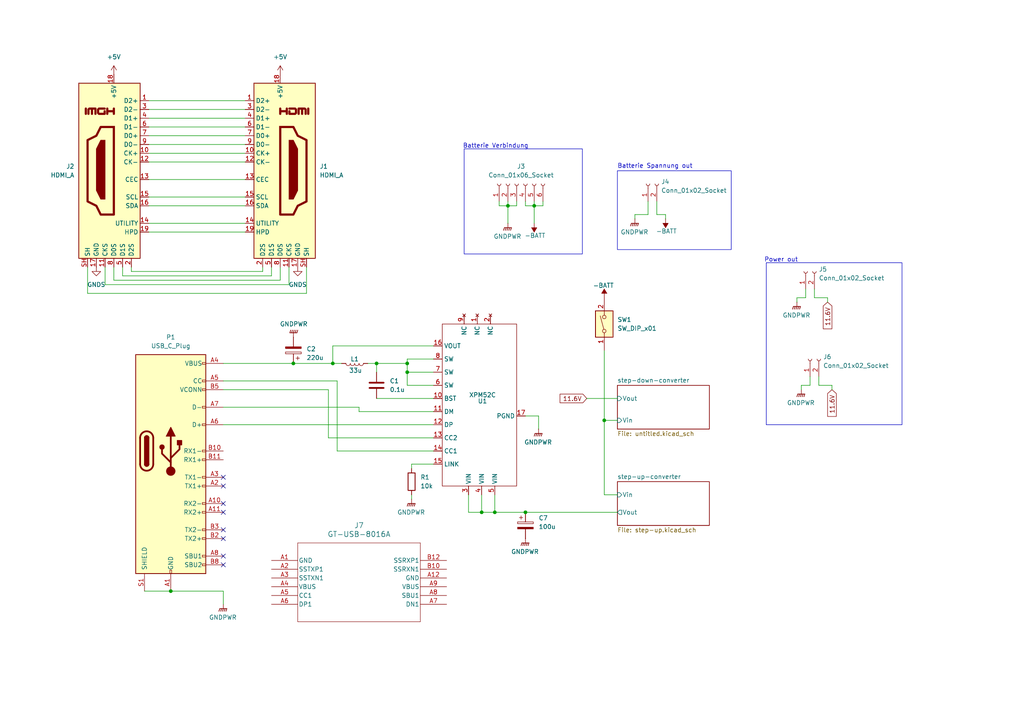
<source format=kicad_sch>
(kicad_sch (version 20231120) (generator "eeschema") (generator_version "8.0")
  (paper "A4")
  (lib_symbols
    (symbol "Connector:Conn_01x02_Socket" (pin_names (offset 1.016) hide)
      (property "Reference" "J" (at 0 2.54 0))
      (property "Value" "Conn_01x02_Socket" (at 0 -5.08 0))
      (symbol "Conn_01x02_Socket_1_1"
        (arc (start 0 -2.032) (mid -0.5058 -2.54) (end 0 -3.048) (stroke (width 0.1524)))
        (polyline (pts (xy -1.27 -2.54) (xy -0.508 -2.54)) (stroke (width 0.1524)))
        (polyline (pts (xy -1.27 0) (xy -0.508 0)) (stroke (width 0.1524)))
        (arc (start 0 0.508) (mid -0.5058 0) (end 0 -0.508) (stroke (width 0.1524)))
        (pin passive line (at -5.08 0 0) (length 3.81) (name "Pin_1") (number "1"))
        (pin passive line (at -5.08 -2.54 0) (length 3.81) (name "Pin_2") (number "2"))
      )
    )
    (symbol "Connector:Conn_01x06_Socket" (pin_names (offset 1.016) hide)
      (property "Reference" "J" (at 0 7.62 0))
      (property "Value" "Conn_01x06_Socket" (at 0 -10.16 0))
      (symbol "Conn_01x06_Socket_1_1"
        (arc (start 0 -7.112) (mid -0.5058 -7.62) (end 0 -8.128) (stroke (width 0.1524)))
        (arc (start 0 -4.572) (mid -0.5058 -5.08) (end 0 -5.588) (stroke (width 0.1524)))
        (arc (start 0 -2.032) (mid -0.5058 -2.54) (end 0 -3.048) (stroke (width 0.1524)))
        (polyline (pts (xy -1.27 -7.62) (xy -0.508 -7.62)) (stroke (width 0.1524)))
        (polyline (pts (xy -1.27 -5.08) (xy -0.508 -5.08)) (stroke (width 0.1524)))
        (polyline (pts (xy -1.27 -2.54) (xy -0.508 -2.54)) (stroke (width 0.1524)))
        (polyline (pts (xy -1.27 0) (xy -0.508 0)) (stroke (width 0.1524)))
        (polyline (pts (xy -1.27 2.54) (xy -0.508 2.54)) (stroke (width 0.1524)))
        (polyline (pts (xy -1.27 5.08) (xy -0.508 5.08)) (stroke (width 0.1524)))
        (arc (start 0 0.508) (mid -0.5058 0) (end 0 -0.508) (stroke (width 0.1524)))
        (arc (start 0 3.048) (mid -0.5058 2.54) (end 0 2.032) (stroke (width 0.1524)))
        (arc (start 0 5.588) (mid -0.5058 5.08) (end 0 4.572) (stroke (width 0.1524)))
        (pin passive line (at -5.08 5.08 0) (length 3.81) (name "Pin_1") (number "1"))
        (pin passive line (at -5.08 2.54 0) (length 3.81) (name "Pin_2") (number "2"))
        (pin passive line (at -5.08 0 0) (length 3.81) (name "Pin_3") (number "3"))
        (pin passive line (at -5.08 -2.54 0) (length 3.81) (name "Pin_4") (number "4"))
        (pin passive line (at -5.08 -5.08 0) (length 3.81) (name "Pin_5") (number "5"))
        (pin passive line (at -5.08 -7.62 0) (length 3.81) (name "Pin_6") (number "6"))
      )
    )
    (symbol "Connector:HDMI_A"
      (property "Reference" "J" (at -6.35 26.67 0))
      (property "Value" "HDMI_A" (at 10.16 26.67 0))
      (symbol "HDMI_A_0_0"
        (polyline (pts (xy 8.128 16.51) (xy 8.128 18.034)) (stroke (width 0.635)))
        (polyline (pts (xy 0 16.51) (xy 0 18.034) (xy 0 17.272) (xy 1.905 17.272) (xy 1.905 18.034) (xy 1.905 16.51)) (stroke (width 0.635)))
        (polyline (pts (xy 2.667 18.034) (xy 4.318 18.034) (xy 4.572 17.78) (xy 4.572 16.764) (xy 4.318 16.51) (xy 2.667 16.51) (xy 2.667 17.272)) (stroke (width 0.635)))
      )
      (symbol "HDMI_A_0_1"
        (rectangle (start -7.62 25.4) (end 10.16 -25.4) (stroke (width 0.254)) (fill (type background)))
        (polyline (pts (xy 2.54 8.89) (xy 3.81 8.89) (xy 5.08 6.35) (xy 5.08 -5.715) (xy 3.81 -8.255) (xy 2.54 -8.255) (xy 2.54 8.89)) (fill (type outline)))
        (polyline (pts (xy 5.334 16.51) (xy 5.334 18.034) (xy 6.35 18.034) (xy 6.35 16.51) (xy 6.35 18.034) (xy 7.112 18.034) (xy 7.366 17.78) (xy 7.366 16.51)) (stroke (width 0.635)))
        (polyline (pts (xy 0 12.7) (xy 0 -12.7) (xy 3.81 -12.7) (xy 5.08 -10.16) (xy 7.62 -8.89) (xy 7.62 8.89) (xy 5.08 10.16) (xy 3.81 12.7) (xy 0 12.7)) (stroke (width 0.635)))
      )
      (symbol "HDMI_A_1_1"
        (pin passive line (at -10.16 20.32 0) (length 2.54) (name "D2+") (number "1"))
        (pin passive line (at -10.16 5.08 0) (length 2.54) (name "CK+") (number "10"))
        (pin power_in line (at 2.54 -27.94 90) (length 2.54) (name "CKS") (number "11"))
        (pin passive line (at -10.16 2.54 0) (length 2.54) (name "CK-") (number "12"))
        (pin bidirectional line (at -10.16 -2.54 0) (length 2.54) (name "CEC") (number "13"))
        (pin passive line (at -10.16 -15.24 0) (length 2.54) (name "UTILITY") (number "14"))
        (pin passive line (at -10.16 -7.62 0) (length 2.54) (name "SCL") (number "15"))
        (pin bidirectional line (at -10.16 -10.16 0) (length 2.54) (name "SDA") (number "16"))
        (pin power_in line (at 5.08 -27.94 90) (length 2.54) (name "GND") (number "17"))
        (pin power_in line (at 0 27.94 270) (length 2.54) (name "+5V") (number "18"))
        (pin passive line (at -10.16 -17.78 0) (length 2.54) (name "HPD") (number "19"))
        (pin power_in line (at -5.08 -27.94 90) (length 2.54) (name "D2S") (number "2"))
        (pin passive line (at -10.16 17.78 0) (length 2.54) (name "D2-") (number "3"))
        (pin passive line (at -10.16 15.24 0) (length 2.54) (name "D1+") (number "4"))
        (pin power_in line (at -2.54 -27.94 90) (length 2.54) (name "D1S") (number "5"))
        (pin passive line (at -10.16 12.7 0) (length 2.54) (name "D1-") (number "6"))
        (pin passive line (at -10.16 10.16 0) (length 2.54) (name "D0+") (number "7"))
        (pin power_in line (at 0 -27.94 90) (length 2.54) (name "D0S") (number "8"))
        (pin passive line (at -10.16 7.62 0) (length 2.54) (name "D0-") (number "9"))
        (pin passive line (at 7.62 -27.94 90) (length 2.54) (name "SH") (number "SH"))
      )
    )
    (symbol "Connector:USB_C_Plug" (pin_names (offset 1.016))
      (property "Reference" "P" (at -10.16 29.21 0))
      (property "Value" "USB_C_Plug" (at 10.16 29.21 0))
      (symbol "USB_C_Plug_0_0"
        (rectangle (start -0.254 -35.56) (end 0.254 -34.544))
        (rectangle (start 10.16 -32.766) (end 9.144 -33.274))
        (rectangle (start 10.16 -30.226) (end 9.144 -30.734))
        (rectangle (start 10.16 -25.146) (end 9.144 -25.654))
        (rectangle (start 10.16 -22.606) (end 9.144 -23.114))
        (rectangle (start 10.16 -17.526) (end 9.144 -18.034))
        (rectangle (start 10.16 -14.986) (end 9.144 -15.494))
        (rectangle (start 10.16 -9.906) (end 9.144 -10.414))
        (rectangle (start 10.16 -7.366) (end 9.144 -7.874))
        (rectangle (start 10.16 -2.286) (end 9.144 -2.794))
        (rectangle (start 10.16 0.254) (end 9.144 -0.254))
        (rectangle (start 10.16 7.874) (end 9.144 7.366))
        (rectangle (start 10.16 12.954) (end 9.144 12.446))
        (rectangle (start 10.16 18.034) (end 9.144 17.526))
        (rectangle (start 10.16 20.574) (end 9.144 20.066))
        (rectangle (start 10.16 25.654) (end 9.144 25.146))
      )
      (symbol "USB_C_Plug_0_1"
        (rectangle (start -10.16 27.94) (end 10.16 -35.56) (stroke (width 0.254)) (fill (type background)))
        (arc (start -8.89 -3.81) (mid -6.985 -5.7067) (end -5.08 -3.81) (stroke (width 0.508)))
        (arc (start -7.62 -3.81) (mid -6.985 -4.4423) (end -6.35 -3.81) (stroke (width 0.254)))
        (arc (start -7.62 -3.81) (mid -6.985 -4.4423) (end -6.35 -3.81) (stroke (width 0.254)) (fill (type outline)))
        (rectangle (start -7.62 -3.81) (end -6.35 3.81) (stroke (width 0.254)) (fill (type outline)))
        (arc (start -6.35 3.81) (mid -6.985 4.4423) (end -7.62 3.81) (stroke (width 0.254)))
        (arc (start -6.35 3.81) (mid -6.985 4.4423) (end -7.62 3.81) (stroke (width 0.254)) (fill (type outline)))
        (arc (start -5.08 3.81) (mid -6.985 5.7067) (end -8.89 3.81) (stroke (width 0.508)))
        (polyline (pts (xy -8.89 -3.81) (xy -8.89 3.81)) (stroke (width 0.508)))
        (polyline (pts (xy -5.08 3.81) (xy -5.08 -3.81)) (stroke (width 0.508)))
      )
      (symbol "USB_C_Plug_1_1"
        (circle (center -2.54 1.143) (radius 0.635) (stroke (width 0.254)) (fill (type outline)))
        (circle (center 0 -5.842) (radius 1.27) (fill (type outline)))
        (polyline (pts (xy 0 -5.842) (xy 0 4.318)) (stroke (width 0.508)))
        (polyline (pts (xy 0 -3.302) (xy -2.54 -0.762) (xy -2.54 0.508)) (stroke (width 0.508)))
        (polyline (pts (xy 0 -2.032) (xy 2.54 0.508) (xy 2.54 1.778)) (stroke (width 0.508)))
        (polyline (pts (xy -1.27 4.318) (xy 0 6.858) (xy 1.27 4.318) (xy -1.27 4.318)) (stroke (width 0.254)) (fill (type outline)))
        (rectangle (start 1.905 1.778) (end 3.175 3.048) (stroke (width 0.254)) (fill (type outline)))
        (pin passive line (at 0 -40.64 90) (length 5.08) (name "GND") (number "A1"))
        (pin bidirectional line (at 15.24 -15.24 180) (length 5.08) (name "RX2-") (number "A10"))
        (pin bidirectional line (at 15.24 -17.78 180) (length 5.08) (name "RX2+") (number "A11"))
        (pin passive line (at 0 -40.64 90) (length 5.08) hide (name "GND") (number "A12"))
        (pin bidirectional line (at 15.24 -10.16 180) (length 5.08) (name "TX1+") (number "A2"))
        (pin bidirectional line (at 15.24 -7.62 180) (length 5.08) (name "TX1-") (number "A3"))
        (pin passive line (at 15.24 25.4 180) (length 5.08) (name "VBUS") (number "A4"))
        (pin bidirectional line (at 15.24 20.32 180) (length 5.08) (name "CC") (number "A5"))
        (pin bidirectional line (at 15.24 7.62 180) (length 5.08) (name "D+") (number "A6"))
        (pin bidirectional line (at 15.24 12.7 180) (length 5.08) (name "D-") (number "A7"))
        (pin bidirectional line (at 15.24 -30.48 180) (length 5.08) (name "SBU1") (number "A8"))
        (pin passive line (at 15.24 25.4 180) (length 5.08) hide (name "VBUS") (number "A9"))
        (pin passive line (at 0 -40.64 90) (length 5.08) hide (name "GND") (number "B1"))
        (pin bidirectional line (at 15.24 0 180) (length 5.08) (name "RX1-") (number "B10"))
        (pin bidirectional line (at 15.24 -2.54 180) (length 5.08) (name "RX1+") (number "B11"))
        (pin passive line (at 0 -40.64 90) (length 5.08) hide (name "GND") (number "B12"))
        (pin bidirectional line (at 15.24 -25.4 180) (length 5.08) (name "TX2+") (number "B2"))
        (pin bidirectional line (at 15.24 -22.86 180) (length 5.08) (name "TX2-") (number "B3"))
        (pin passive line (at 15.24 25.4 180) (length 5.08) hide (name "VBUS") (number "B4"))
        (pin bidirectional line (at 15.24 17.78 180) (length 5.08) (name "VCONN") (number "B5"))
        (pin bidirectional line (at 15.24 -33.02 180) (length 5.08) (name "SBU2") (number "B8"))
        (pin passive line (at 15.24 25.4 180) (length 5.08) hide (name "VBUS") (number "B9"))
        (pin passive line (at -7.62 -40.64 90) (length 5.08) (name "SHIELD") (number "S1"))
      )
    )
    (symbol "Device:C" (pin_numbers hide) (pin_names (offset 0.254))
      (property "Reference" "C" (at 0.635 2.54 0))
      (property "Value" "C" (at 0.635 -2.54 0))
      (symbol "C_0_1"
        (polyline (pts (xy -2.032 -0.762) (xy 2.032 -0.762)) (stroke (width 0.508)))
        (polyline (pts (xy -2.032 0.762) (xy 2.032 0.762)) (stroke (width 0.508)))
      )
      (symbol "C_1_1"
        (pin passive line (at 0 3.81 270) (length 2.794) (name "~") (number "1"))
        (pin passive line (at 0 -3.81 90) (length 2.794) (name "~") (number "2"))
      )
    )
    (symbol "Device:C_Polarized" (pin_numbers hide) (pin_names (offset 0.254))
      (property "Reference" "C" (at 0.635 2.54 0))
      (property "Value" "C_Polarized" (at 0.635 -2.54 0))
      (symbol "C_Polarized_0_1"
        (rectangle (start -2.286 0.508) (end 2.286 1.016))
        (polyline (pts (xy -1.778 2.286) (xy -0.762 2.286)))
        (polyline (pts (xy -1.27 2.794) (xy -1.27 1.778)))
        (rectangle (start 2.286 -0.508) (end -2.286 -1.016) (fill (type outline)))
      )
      (symbol "C_Polarized_1_1"
        (pin passive line (at 0 3.81 270) (length 2.794) (name "~") (number "1"))
        (pin passive line (at 0 -3.81 90) (length 2.794) (name "~") (number "2"))
      )
    )
    (symbol "Device:L" (pin_numbers hide) (pin_names (offset 1.016) hide)
      (property "Reference" "L" (at -1.27 0 90))
      (property "Value" "L" (at 1.905 0 90))
      (symbol "L_0_1"
        (arc (start 0 -2.54) (mid 0.6323 -1.905) (end 0 -1.27))
        (arc (start 0 -1.27) (mid 0.6323 -0.635) (end 0 0))
        (arc (start 0 0) (mid 0.6323 0.635) (end 0 1.27))
        (arc (start 0 1.27) (mid 0.6323 1.905) (end 0 2.54))
      )
      (symbol "L_1_1"
        (pin passive line (at 0 3.81 270) (length 1.27) (name "1") (number "1"))
        (pin passive line (at 0 -3.81 90) (length 1.27) (name "2") (number "2"))
      )
    )
    (symbol "Device:R" (pin_numbers hide) (pin_names (offset 0))
      (property "Reference" "R" (at 2.032 0 90))
      (property "Value" "R" (at 0 0 90))
      (symbol "R_0_1"
        (rectangle (start -1.016 -2.54) (end 1.016 2.54) (stroke (width 0.254)))
      )
      (symbol "R_1_1"
        (pin passive line (at 0 3.81 270) (length 1.27) (name "~") (number "1"))
        (pin passive line (at 0 -3.81 90) (length 1.27) (name "~") (number "2"))
      )
    )
    (symbol "GT-USB-8016A:GT-USB-8016A" (pin_names (offset 0.254))
      (property "Reference" "J" (at 25.4 10.16 0))
      (property "Value" "GT-USB-8016A" (at 25.4 7.62 0))
      (symbol "GT-USB-8016A_0_1"
        (polyline (pts (xy 7.62 -17.78) (xy 43.18 -17.78)) (stroke (width 0.127)))
        (polyline (pts (xy 7.62 5.08) (xy 7.62 -17.78)) (stroke (width 0.127)))
        (polyline (pts (xy 43.18 -17.78) (xy 43.18 5.08)) (stroke (width 0.127)))
        (polyline (pts (xy 43.18 5.08) (xy 7.62 5.08)) (stroke (width 0.127)))
        (pin power_out line (at 0 0 0) (length 7.62) (name "GND") (number "A1"))
        (pin power_out line (at 50.8 -5.08 180) (length 7.62) (name "GND") (number "A12"))
        (pin unspecified line (at 0 -2.54 0) (length 7.62) (name "SSTXP1") (number "A2"))
        (pin unspecified line (at 0 -5.08 0) (length 7.62) (name "SSTXN1") (number "A3"))
        (pin unspecified line (at 0 -7.62 0) (length 7.62) (name "VBUS") (number "A4"))
        (pin unspecified line (at 0 -10.16 0) (length 7.62) (name "CC1") (number "A5"))
        (pin unspecified line (at 0 -12.7 0) (length 7.62) (name "DP1") (number "A6"))
        (pin unspecified line (at 50.8 -12.7 180) (length 7.62) (name "DN1") (number "A7"))
        (pin unspecified line (at 50.8 -10.16 180) (length 7.62) (name "SBU1") (number "A8"))
        (pin unspecified line (at 50.8 -7.62 180) (length 7.62) (name "VBUS") (number "A9"))
        (pin unspecified line (at 50.8 -2.54 180) (length 7.62) (name "SSRXN1") (number "B10"))
        (pin unspecified line (at 50.8 0 180) (length 7.62) (name "SSRXP1") (number "B12"))
      )
    )
    (symbol "Switch:SW_DIP_x01" (pin_names (offset 0) hide)
      (property "Reference" "SW" (at 0 3.81 0))
      (property "Value" "SW_DIP_x01" (at 0 -3.81 0))
      (symbol "SW_DIP_x01_0_0"
        (circle (center -2.032 0) (radius 0.508))
        (polyline (pts (xy -1.524 0.127) (xy 2.3622 1.1684)))
        (circle (center 2.032 0) (radius 0.508))
      )
      (symbol "SW_DIP_x01_0_1"
        (rectangle (start -3.81 2.54) (end 3.81 -2.54) (stroke (width 0.254)) (fill (type background)))
      )
      (symbol "SW_DIP_x01_1_1"
        (pin passive line (at -7.62 0 0) (length 5.08) (name "~") (number "1"))
        (pin passive line (at 7.62 0 180) (length 5.08) (name "~") (number "2"))
      )
    )
    (symbol "XPM52C:XPM52C"
      (property "Reference" "U" (at 0 0 0))
      (property "Value" "XPM52C" (at -0.254 -2.54 0))
      (symbol "XPM52C_0_1"
        (rectangle (start -20.32 10.16) (end 26.67 -11.43))
      )
      (symbol "XPM52C_1_1"
        (pin no_connect line (at 29.21 0 180) (length 2.54) (name "NC") (number "1"))
        (pin bidirectional line (at 5.08 12.7 270) (length 2.54) (name "BST") (number "10"))
        (pin bidirectional line (at 1.27 12.7 270) (length 2.54) (name "DM") (number "11"))
        (pin bidirectional line (at -2.54 12.7 270) (length 2.54) (name "DP") (number "12"))
        (pin bidirectional line (at -6.35 12.7 270) (length 2.54) (name "CC2") (number "13"))
        (pin bidirectional line (at -10.16 12.7 270) (length 2.54) (name "CC1") (number "14"))
        (pin bidirectional line (at -13.97 12.7 270) (length 2.54) (name "LINK") (number "15"))
        (pin power_out line (at 20.32 12.7 270) (length 2.54) (name "VOUT") (number "16"))
        (pin power_in line (at 0 -13.97 90) (length 2.54) (name "PGND") (number "17"))
        (pin no_connect line (at 29.21 -3.81 180) (length 2.54) (name "NC") (number "2"))
        (pin power_in line (at -22.86 2.54 0) (length 2.54) (name "VIN") (number "3"))
        (pin power_in line (at -22.86 -1.27 0) (length 2.54) (name "VIN") (number "4"))
        (pin power_in line (at -22.86 -5.08 0) (length 2.54) (name "VIN") (number "5"))
        (pin bidirectional line (at 8.89 12.7 270) (length 2.54) (name "SW") (number "6"))
        (pin bidirectional line (at 12.7 12.7 270) (length 2.54) (name "SW") (number "7"))
        (pin bidirectional line (at 16.51 12.7 270) (length 2.54) (name "SW") (number "8"))
        (pin no_connect line (at 29.21 3.81 180) (length 2.54) (name "NC") (number "9"))
      )
    )
    (symbol "power:+5V" (power) (pin_numbers hide) (pin_names (offset 0) hide)
      (property "Value" "+5V" (at 0 3.556 0))
      (symbol "+5V_0_1"
        (polyline (pts (xy -0.762 1.27) (xy 0 2.54)))
        (polyline (pts (xy 0 0) (xy 0 2.54)))
        (polyline (pts (xy 0 2.54) (xy 0.762 1.27)))
      )
      (symbol "+5V_1_1"
        (pin power_in line (at 0 0 90) (length 0) (name "~") (number "1"))
      )
    )
    (symbol "power:-BATT" (power) (pin_numbers hide) (pin_names (offset 0) hide)
      (property "Value" "-BATT" (at 0 3.556 0))
      (symbol "-BATT_0_1"
        (polyline (pts (xy 0 0) (xy 0 2.54)))
        (polyline (pts (xy 0.762 1.27) (xy -0.762 1.27) (xy 0 2.54) (xy 0.762 1.27)) (fill (type outline)))
      )
      (symbol "-BATT_1_1"
        (pin power_in line (at 0 0 90) (length 0) (name "~") (number "1"))
      )
    )
    (symbol "power:GNDPWR" (power) (pin_numbers hide) (pin_names (offset 0) hide)
      (property "Value" "GNDPWR" (at 0 -3.302 0))
      (symbol "GNDPWR_0_1"
        (polyline (pts (xy 0 -1.27) (xy 0 0)))
        (polyline (pts (xy -1.016 -1.27) (xy -1.27 -2.032) (xy -1.27 -2.032)) (stroke (width 0.2032)))
        (polyline (pts (xy -0.508 -1.27) (xy -0.762 -2.032) (xy -0.762 -2.032)) (stroke (width 0.2032)))
        (polyline (pts (xy 0 -1.27) (xy -0.254 -2.032) (xy -0.254 -2.032)) (stroke (width 0.2032)))
        (polyline (pts (xy 0.508 -1.27) (xy 0.254 -2.032) (xy 0.254 -2.032)) (stroke (width 0.2032)))
        (polyline (pts (xy 1.016 -1.27) (xy -1.016 -1.27) (xy -1.016 -1.27)) (stroke (width 0.2032)))
        (polyline (pts (xy 1.016 -1.27) (xy 0.762 -2.032) (xy 0.762 -2.032) (xy 0.762 -2.032)) (stroke (width 0.2032)))
      )
      (symbol "GNDPWR_1_1"
        (pin power_in line (at 0 0 270) (length 0) (name "~") (number "1"))
      )
    )
    (symbol "power:GNDS" (power) (pin_numbers hide) (pin_names (offset 0) hide)
      (property "Value" "GNDS" (at 0 -3.81 0))
      (symbol "GNDS_0_1"
        (polyline (pts (xy 0 0) (xy 0 -1.27) (xy 1.27 -1.27) (xy 0 -2.54) (xy -1.27 -1.27) (xy 0 -1.27)))
      )
      (symbol "GNDS_1_1"
        (pin power_in line (at 0 0 270) (length 0) (name "~") (number "1"))
      )
    )
  )
  (junction (at 139.7 148.59))
  (junction (at 49.53 171.45))
  (junction (at 118.11 107.95))
  (junction (at 85.09 105.41))
  (junction (at 118.11 105.41))
  (junction (at 109.22 105.41))
  (junction (at 152.4 148.59))
  (junction (at 143.51 148.59))
  (junction (at 154.94 59.69))
  (junction (at 147.32 59.69))
  (junction (at 175.26 121.92))
  (junction (at 96.52 105.41))
  (no_connect (at 64.77 161.29))
  (no_connect (at 64.77 140.97))
  (no_connect (at 64.77 163.83))
  (no_connect (at 64.77 148.59))
  (no_connect (at 64.77 153.67))
  (no_connect (at 64.77 138.43))
  (no_connect (at 64.77 156.21))
  (no_connect (at 64.77 146.05))
  (wire (pts (xy 30.48 77.47) (xy 30.48 82.55)))
  (wire (pts (xy 43.18 52.07) (xy 71.12 52.07)))
  (wire (pts (xy 95.25 113.03) (xy 95.25 127)))
  (wire (pts (xy 64.77 110.49) (xy 97.79 110.49)))
  (wire (pts (xy 231.14 86.36) (xy 233.68 86.36)))
  (wire (pts (xy 147.32 58.42) (xy 147.32 59.69)))
  (wire (pts (xy 106.68 105.41) (xy 109.22 105.41)))
  (wire (pts (xy 95.25 127) (xy 125.73 127)))
  (wire (pts (xy 143.51 148.59) (xy 143.51 143.51)))
  (wire (pts (xy 187.96 62.23) (xy 187.96 58.42)))
  (wire (pts (xy 33.02 81.28) (xy 81.28 81.28)))
  (wire (pts (xy 152.4 59.69) (xy 154.94 59.69)))
  (wire (pts (xy 35.56 80.01) (xy 78.74 80.01)))
  (wire (pts (xy 96.52 100.33) (xy 96.52 105.41)))
  (wire (pts (xy 43.18 64.77) (xy 71.12 64.77)))
  (wire (pts (xy 97.79 110.49) (xy 97.79 130.81)))
  (wire (pts (xy 179.07 143.51) (xy 175.26 143.51)))
  (wire (pts (xy 64.77 175.26) (xy 64.77 171.45)))
  (wire (pts (xy 109.22 105.41) (xy 118.11 105.41)))
  (wire (pts (xy 240.03 87.63) (xy 240.03 86.36)))
  (wire (pts (xy 119.38 134.62) (xy 125.73 134.62)))
  (wire (pts (xy 30.48 82.55) (xy 83.82 82.55)))
  (wire (pts (xy 25.4 77.47) (xy 25.4 85.09)))
  (wire (pts (xy 43.18 41.91) (xy 71.12 41.91)))
  (wire (pts (xy 85.09 105.41) (xy 96.52 105.41)))
  (wire (pts (xy 104.14 119.38) (xy 125.73 119.38)))
  (wire (pts (xy 118.11 104.14) (xy 125.73 104.14)))
  (wire (pts (xy 175.26 101.6) (xy 175.26 121.92)))
  (wire (pts (xy 43.18 67.31) (xy 71.12 67.31)))
  (wire (pts (xy 25.4 85.09) (xy 88.9 85.09)))
  (wire (pts (xy 119.38 143.51) (xy 119.38 144.78)))
  (wire (pts (xy 43.18 57.15) (xy 71.12 57.15)))
  (wire (pts (xy 147.32 59.69) (xy 147.32 64.77)))
  (wire (pts (xy 83.82 82.55) (xy 83.82 77.47)))
  (wire (pts (xy 43.18 59.69) (xy 71.12 59.69)))
  (wire (pts (xy 175.26 143.51) (xy 175.26 121.92)))
  (wire (pts (xy 119.38 135.89) (xy 119.38 134.62)))
  (wire (pts (xy 156.21 124.46) (xy 156.21 120.65)))
  (wire (pts (xy 170.18 115.57) (xy 179.07 115.57)))
  (wire (pts (xy 43.18 44.45) (xy 71.12 44.45)))
  (wire (pts (xy 184.15 62.23) (xy 184.15 63.5)))
  (wire (pts (xy 125.73 107.95) (xy 118.11 107.95)))
  (wire (pts (xy 231.14 87.63) (xy 231.14 86.36)))
  (wire (pts (xy 64.77 113.03) (xy 95.25 113.03)))
  (wire (pts (xy 33.02 77.47) (xy 33.02 81.28)))
  (wire (pts (xy 104.14 119.38) (xy 104.14 118.11)))
  (wire (pts (xy 241.3 113.03) (xy 241.3 111.76)))
  (wire (pts (xy 149.86 59.69) (xy 147.32 59.69)))
  (wire (pts (xy 118.11 111.76) (xy 118.11 107.95)))
  (wire (pts (xy 144.78 59.69) (xy 147.32 59.69)))
  (wire (pts (xy 139.7 148.59) (xy 143.51 148.59)))
  (wire (pts (xy 193.04 62.23) (xy 190.5 62.23)))
  (wire (pts (xy 81.28 81.28) (xy 81.28 77.47)))
  (wire (pts (xy 118.11 107.95) (xy 118.11 105.41)))
  (wire (pts (xy 96.52 105.41) (xy 99.06 105.41)))
  (wire (pts (xy 139.7 143.51) (xy 139.7 148.59)))
  (wire (pts (xy 88.9 85.09) (xy 88.9 77.47)))
  (wire (pts (xy 240.03 86.36) (xy 236.22 86.36)))
  (wire (pts (xy 64.77 123.19) (xy 125.73 123.19)))
  (wire (pts (xy 43.18 36.83) (xy 71.12 36.83)))
  (wire (pts (xy 78.74 80.01) (xy 78.74 77.47)))
  (wire (pts (xy 157.48 59.69) (xy 154.94 59.69)))
  (wire (pts (xy 234.95 111.76) (xy 234.95 109.22)))
  (wire (pts (xy 43.18 29.21) (xy 71.12 29.21)))
  (wire (pts (xy 41.91 171.45) (xy 49.53 171.45)))
  (wire (pts (xy 109.22 105.41) (xy 109.22 107.95)))
  (wire (pts (xy 38.1 77.47) (xy 38.1 78.74)))
  (wire (pts (xy 175.26 121.92) (xy 179.07 121.92)))
  (wire (pts (xy 154.94 58.42) (xy 154.94 59.69)))
  (wire (pts (xy 125.73 111.76) (xy 118.11 111.76)))
  (wire (pts (xy 43.18 31.75) (xy 71.12 31.75)))
  (wire (pts (xy 38.1 78.74) (xy 76.2 78.74)))
  (wire (pts (xy 152.4 148.59) (xy 143.51 148.59)))
  (wire (pts (xy 135.89 143.51) (xy 135.89 148.59)))
  (wire (pts (xy 64.77 105.41) (xy 85.09 105.41)))
  (wire (pts (xy 43.18 46.99) (xy 71.12 46.99)))
  (wire (pts (xy 35.56 77.47) (xy 35.56 80.01)))
  (wire (pts (xy 157.48 58.42) (xy 157.48 59.69)))
  (wire (pts (xy 64.77 118.11) (xy 104.14 118.11)))
  (wire (pts (xy 237.49 111.76) (xy 237.49 109.22)))
  (wire (pts (xy 190.5 62.23) (xy 190.5 58.42)))
  (wire (pts (xy 233.68 86.36) (xy 233.68 83.82)))
  (wire (pts (xy 232.41 111.76) (xy 234.95 111.76)))
  (wire (pts (xy 193.04 62.23) (xy 193.04 63.5)))
  (wire (pts (xy 236.22 86.36) (xy 236.22 83.82)))
  (wire (pts (xy 156.21 120.65) (xy 152.4 120.65)))
  (wire (pts (xy 43.18 39.37) (xy 71.12 39.37)))
  (wire (pts (xy 109.22 115.57) (xy 125.73 115.57)))
  (wire (pts (xy 149.86 58.42) (xy 149.86 59.69)))
  (wire (pts (xy 152.4 58.42) (xy 152.4 59.69)))
  (wire (pts (xy 135.89 148.59) (xy 139.7 148.59)))
  (wire (pts (xy 118.11 105.41) (xy 118.11 104.14)))
  (wire (pts (xy 144.78 58.42) (xy 144.78 59.69)))
  (wire (pts (xy 76.2 77.47) (xy 76.2 78.74)))
  (wire (pts (xy 152.4 148.59) (xy 179.07 148.59)))
  (wire (pts (xy 97.79 130.81) (xy 125.73 130.81)))
  (wire (pts (xy 241.3 111.76) (xy 237.49 111.76)))
  (wire (pts (xy 232.41 113.03) (xy 232.41 111.76)))
  (wire (pts (xy 49.53 171.45) (xy 64.77 171.45)))
  (wire (pts (xy 43.18 34.29) (xy 71.12 34.29)))
  (wire (pts (xy 184.15 62.23) (xy 187.96 62.23)))
  (wire (pts (xy 154.94 59.69) (xy 154.94 64.77)))
  (wire (pts (xy 125.73 100.33) (xy 96.52 100.33)))
  (rectangle (start 134.62 43.18) (end 168.91 73.66))
  (rectangle (start 179.07 49.53) (end 212.09 72.39))
  (rectangle (start 222.25 76.2) (end 261.62 123.19))
  (text "Batterie Spannung out\n" (at 189.992 48.26 0) (effects (font (size 1.27 1.27))))
  (text "Batterie Verbindung\n" (at 143.764 42.418 0) (effects (font (size 1.27 1.27))))
  (text "Power out\n" (at 226.568 75.438 0) (effects (font (size 1.27 1.27))))
  (global_label "11.6V" (shape input) (at 170.18 115.57 180) (property "Intersheetrefs" "${INTERSHEET_REFS}" (effects (hide yes))))
  (global_label "11.6V" (shape input) (at 241.3 113.03 270) (property "Intersheetrefs" "${INTERSHEET_REFS}" (effects (hide yes))))
  (global_label "11.6V" (shape input) (at 240.03 87.63 270) (property "Intersheetrefs" "${INTERSHEET_REFS}" (effects (hide yes))))
  (symbol (lib_id "power:GNDPWR") (at 232.41 113.03 0) (unit 1)
    (property "Reference" "#PWR024" (effects (hide yes)))
    (property "Value" "GNDPWR" (at 232.283 116.84 0))
    (property "Description" "Power symbol creates a global label with name \"GNDPWR\" , global ground" (effects (hide yes)))
  )
  (symbol (lib_id "Connector:HDMI_A") (at 81.28 49.53 0) (unit 1)
    (property "Reference" "J1" (at 92.71 48.2599 0) (effects (justify left)))
    (property "Value" "HDMI_A" (at 92.71 50.7999 0) (effects (justify left)))
    (property "Datasheet" "https://en.wikipedia.org/wiki/HDMI" (effects (hide yes)))
    (property "Description" "HDMI type A connector" (effects (hide yes)))
  )
  (symbol (lib_id "power:GNDPWR") (at 119.38 144.78 0) (unit 1)
    (property "Reference" "#PWR07" (effects (hide yes)))
    (property "Value" "GNDPWR" (at 119.253 148.59 0))
    (property "Description" "Power symbol creates a global label with name \"GNDPWR\" , global ground" (effects (hide yes)))
  )
  (symbol (lib_id "Device:C_Polarized") (at 152.4 152.4 0) (unit 1)
    (property "Reference" "C7" (at 156.21 150.2409 0) (effects (justify left)))
    (property "Value" "100u" (at 156.21 152.7809 0) (effects (justify left)))
    (property "Footprint" "Capacitor_SMD:C_Elec_6.3x7.7" (effects (hide yes)))
    (property "Description" "Polarized capacitor" (effects (hide yes)))
  )
  (symbol (lib_id "GT-USB-8016A:GT-USB-8016A") (at 78.74 162.56 0) (unit 1)
    (property "Reference" "J7" (at 104.14 152.4 0) (effects (font (size 1.524 1.524))))
    (property "Value" "GT-USB-8016A" (at 104.14 154.94 0) (effects (font (size 1.524 1.524))))
    (property "Footprint" "GT-USB-8016A_GSW" (effects (hide yes)))
    (property "Datasheet" "GT-USB-8016A" (effects (hide yes)))
  )
  (symbol (lib_id "power:-BATT") (at 193.04 63.5 180) (unit 1)
    (property "Reference" "#PWR022" (effects (hide yes)))
    (property "Value" "-BATT" (at 193.294 67.056 0))
    (property "Description" "Power symbol creates a global label with name \"-BATT\"" (effects (hide yes)))
  )
  (symbol (lib_id "Device:C_Polarized") (at 85.09 101.6 180) (unit 1)
    (property "Reference" "C2" (at 88.9 101.2189 0) (effects (justify right)))
    (property "Value" "220u" (at 88.9 103.7589 0) (effects (justify right)))
    (property "Footprint" "Capacitor_SMD:C_Elec_8x10.2" (effects (hide yes)))
    (property "Description" "Polarized capacitor" (effects (hide yes)))
  )
  (symbol (lib_id "power:GNDPWR") (at 184.15 63.5 0) (unit 1)
    (property "Reference" "#PWR021" (effects (hide yes)))
    (property "Value" "GNDPWR" (at 184.023 67.31 0))
    (property "Description" "Power symbol creates a global label with name \"GNDPWR\" , global ground" (effects (hide yes)))
  )
  (symbol (lib_id "Connector:Conn_01x02_Socket") (at 233.68 78.74 90) (unit 1)
    (property "Reference" "J5" (at 237.49 78.1049 90) (effects (justify right)))
    (property "Value" "Conn_01x02_Socket" (at 237.49 80.6449 90) (effects (justify right)))
    (property "Footprint" "Connector_JST:JST_SH_SM02B-SRSS-TB_1x02-1MP_P1.00mm_Horizontal" (effects (hide yes)))
    (property "Description" "Generic connector, single row, 01x02, script generated" (effects (hide yes)))
  )
  (symbol (lib_id "Connector:Conn_01x02_Socket") (at 187.96 53.34 90) (unit 1)
    (property "Reference" "J4" (at 191.77 52.7049 90) (effects (justify right)))
    (property "Value" "Conn_01x02_Socket" (at 191.77 55.2449 90) (effects (justify right)))
    (property "Footprint" "Connector_JST:JST_SH_SM02B-SRSS-TB_1x02-1MP_P1.00mm_Horizontal" (effects (hide yes)))
    (property "Description" "Generic connector, single row, 01x02, script generated" (effects (hide yes)))
  )
  (symbol (lib_id "power:GNDPWR") (at 152.4 156.21 0) (unit 1)
    (property "Reference" "#PWR09" (effects (hide yes)))
    (property "Value" "GNDPWR" (at 152.273 160.02 0))
    (property "Description" "Power symbol creates a global label with name \"GNDPWR\" , global ground" (effects (hide yes)))
  )
  (symbol (lib_id "power:GNDPWR") (at 231.14 87.63 0) (unit 1)
    (property "Reference" "#PWR023" (effects (hide yes)))
    (property "Value" "GNDPWR" (at 231.013 91.44 0))
    (property "Description" "Power symbol creates a global label with name \"GNDPWR\" , global ground" (effects (hide yes)))
  )
  (symbol (lib_id "power:+5V") (at 81.28 21.59 0) (unit 1)
    (property "Reference" "#PWR01" (effects (hide yes)))
    (property "Value" "+5V" (at 81.28 16.51 0))
    (property "Description" "Power symbol creates a global label with name \"+5V\"" (effects (hide yes)))
  )
  (symbol (lib_id "power:GNDPWR") (at 85.09 97.79 180) (unit 1)
    (property "Reference" "#PWR06" (effects (hide yes)))
    (property "Value" "GNDPWR" (at 85.217 93.98 0))
    (property "Description" "Power symbol creates a global label with name \"GNDPWR\" , global ground" (effects (hide yes)))
  )
  (symbol (lib_id "Connector:USB_C_Plug") (at 49.53 130.81 0) (unit 1)
    (property "Reference" "P1" (at 49.53 97.79 0))
    (property "Value" "USB_C_Plug" (at 49.53 100.33 0))
    (property "Datasheet" "https://www.usb.org/sites/default/files/documents/usb_type-c.zip" (effects (hide yes)))
    (property "Description" "USB Type-C Plug connector" (effects (hide yes)))
  )
  (symbol (lib_id "power:+5V") (at 33.02 21.59 0) (unit 1)
    (property "Reference" "#PWR02" (effects (hide yes)))
    (property "Value" "+5V" (at 33.02 16.51 0))
    (property "Description" "Power symbol creates a global label with name \"+5V\"" (effects (hide yes)))
  )
  (symbol (lib_id "power:GNDS") (at 86.36 77.47 0) (unit 1)
    (property "Reference" "#PWR03" (effects (hide yes)))
    (property "Value" "GNDS" (at 86.36 82.55 0))
    (property "Description" "Power symbol creates a global label with name \"GNDS\" , signal ground" (effects (hide yes)))
  )
  (symbol (lib_id "power:GNDPWR") (at 147.32 64.77 0) (unit 1)
    (property "Reference" "#PWR013" (effects (hide yes)))
    (property "Value" "GNDPWR" (at 147.193 68.58 0))
    (property "Description" "Power symbol creates a global label with name \"GNDPWR\" , global ground" (effects (hide yes)))
  )
  (symbol (lib_id "XPM52C:XPM52C") (at 138.43 120.65 90) (unit 1)
    (property "Reference" "U1" (at 139.954 116.332 90))
    (property "Value" "XPM52C" (at 139.954 114.554 90))
    (property "Footprint" "Package_DFN_QFN:QFN-16-1EP_4x4mm_P0.65mm_EP2.1x2.1mm" (effects (hide yes)))
  )
  (symbol (lib_id "power:GNDS") (at 27.94 77.47 0) (unit 1)
    (property "Reference" "#PWR04" (effects (hide yes)))
    (property "Value" "GNDS" (at 27.94 82.55 0))
    (property "Description" "Power symbol creates a global label with name \"GNDS\" , signal ground" (effects (hide yes)))
  )
  (symbol (lib_id "Connector:HDMI_A") (at 33.02 49.53 0) (mirror y) (unit 1)
    (property "Reference" "J2" (at 21.59 48.2599 0) (effects (justify left)))
    (property "Value" "HDMI_A" (at 21.59 50.7999 0) (effects (justify left)))
    (property "Datasheet" "https://en.wikipedia.org/wiki/HDMI" (effects (hide yes)))
    (property "Description" "HDMI type A connector" (effects (hide yes)))
  )
  (symbol (lib_id "Connector:Conn_01x06_Socket") (at 149.86 53.34 90) (unit 1)
    (property "Reference" "J3" (at 151.13 48.26 90))
    (property "Value" "Conn_01x06_Socket" (at 151.13 50.8 90))
    (property "Footprint" "Connector_JST:JST_SH_SM06B-SRSS-TB_1x06-1MP_P1.00mm_Horizontal" (effects (hide yes)))
    (property "Description" "Generic connector, single row, 01x06, script generated" (effects (hide yes)))
  )
  (symbol (lib_id "power:GNDPWR") (at 64.77 175.26 0) (unit 1)
    (property "Reference" "#PWR05" (effects (hide yes)))
    (property "Value" "GNDPWR" (at 64.643 179.07 0))
    (property "Description" "Power symbol creates a global label with name \"GNDPWR\" , global ground" (effects (hide yes)))
  )
  (symbol (lib_id "power:-BATT") (at 175.26 86.36 0) (unit 1)
    (property "Reference" "#PWR010" (effects (hide yes)))
    (property "Value" "-BATT" (at 175.006 82.804 0))
    (property "Description" "Power symbol creates a global label with name \"-BATT\"" (effects (hide yes)))
  )
  (symbol (lib_id "power:GNDPWR") (at 156.21 124.46 0) (unit 1)
    (property "Reference" "#PWR08" (effects (hide yes)))
    (property "Value" "GNDPWR" (at 156.083 128.27 0))
    (property "Description" "Power symbol creates a global label with name \"GNDPWR\" , global ground" (effects (hide yes)))
  )
  (symbol (lib_id "Device:L") (at 102.87 105.41 270) (unit 1)
    (property "Reference" "L1" (at 102.87 104.14 90))
    (property "Value" "33u" (at 103.124 107.442 90))
    (property "Footprint" "Inductor_SMD:L_Bourns_SRR1208_12.7x12.7mm" (effects (hide yes)))
    (property "Description" "Inductor" (effects (hide yes)))
  )
  (symbol (lib_id "Device:R") (at 119.38 139.7 0) (unit 1)
    (property "Reference" "R1" (at 121.92 138.4299 0) (effects (justify left)))
    (property "Value" "10k" (at 121.92 140.9699 0) (effects (justify left)))
    (property "Footprint" "Resistor_SMD:R_0201_0603Metric_Pad0.64x0.40mm_HandSolder" (effects (hide yes)))
    (property "Description" "Resistor" (effects (hide yes)))
  )
  (symbol (lib_id "Device:C") (at 109.22 111.76 0) (unit 1)
    (property "Reference" "C1" (at 113.03 110.4899 0) (effects (justify left)))
    (property "Value" "0.1u" (at 113.03 113.0299 0) (effects (justify left)))
    (property "Footprint" "Capacitor_SMD:C_0201_0603Metric_Pad0.64x0.40mm_HandSolder" (effects (hide yes)))
    (property "Description" "Unpolarized capacitor" (effects (hide yes)))
  )
  (symbol (lib_id "Switch:SW_DIP_x01") (at 175.26 93.98 90) (unit 1)
    (property "Reference" "SW1" (at 179.07 92.7099 90) (effects (justify right)))
    (property "Value" "SW_DIP_x01" (at 179.07 95.2499 90) (effects (justify right)))
    (property "Description" "1x DIP Switch, Single Pole Single Throw (SPST) switch, small symbol" (effects (hide yes)))
  )
  (symbol (lib_id "Connector:Conn_01x02_Socket") (at 234.95 104.14 90) (unit 1)
    (property "Reference" "J6" (at 238.76 103.5049 90) (effects (justify right)))
    (property "Value" "Conn_01x02_Socket" (at 238.76 106.0449 90) (effects (justify right)))
    (property "Footprint" "Connector_JST:JST_SH_SM02B-SRSS-TB_1x02-1MP_P1.00mm_Horizontal" (effects (hide yes)))
    (property "Description" "Generic connector, single row, 01x02, script generated" (effects (hide yes)))
  )
  (symbol (lib_id "power:-BATT") (at 154.94 64.77 180) (unit 1)
    (property "Reference" "#PWR019" (effects (hide yes)))
    (property "Value" "-BATT" (at 155.194 68.326 0))
    (property "Description" "Power symbol creates a global label with name \"-BATT\"" (effects (hide yes)))
  )
  (sheet (at 179.07 139.7) (size 26.67 12.7) (stroke (width 0.1524))
    (property "Sheetname" "step-up-converter" (at 179.07 138.9884 0) (effects (justify left bottom)))
    (property "Sheetfile" "step-up.kicad_sch" (at 179.07 152.9846 0) (effects (justify left top)))
    (pin "Vin" input (at 179.07 143.51 180))
    (pin "Vout" output (at 179.07 148.59 180))
  )
  (sheet (at 179.07 111.76) (size 26.67 12.7) (stroke (width 0.1524))
    (property "Sheetname" "step-down-converter" (at 179.07 111.0484 0) (effects (justify left bottom)))
    (property "Sheetfile" "untitled.kicad_sch" (at 179.07 125.0446 0) (effects (justify left top)))
    (pin "Vin" input (at 179.07 121.92 180))
    (pin "Vout" input (at 179.07 115.57 180))
  )
)
</source>
